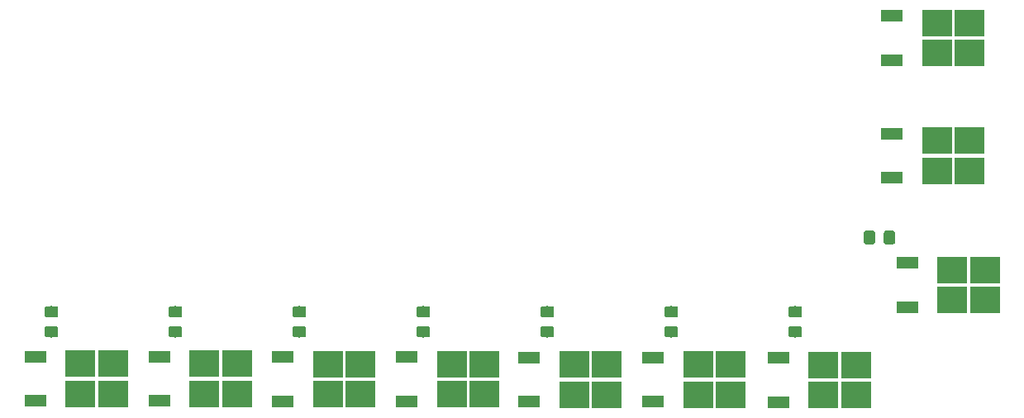
<source format=gbr>
G04 #@! TF.GenerationSoftware,KiCad,Pcbnew,5.0.2-bee76a0~70~ubuntu18.04.1*
G04 #@! TF.CreationDate,2020-07-22T00:10:31+02:00*
G04 #@! TF.ProjectId,E32CB_R2,45333243-425f-4523-922e-6b696361645f,rev?*
G04 #@! TF.SameCoordinates,Original*
G04 #@! TF.FileFunction,Paste,Top*
G04 #@! TF.FilePolarity,Positive*
%FSLAX46Y46*%
G04 Gerber Fmt 4.6, Leading zero omitted, Abs format (unit mm)*
G04 Created by KiCad (PCBNEW 5.0.2-bee76a0~70~ubuntu18.04.1) date St 22. července 2020, 00:10:31 CEST*
%MOMM*%
%LPD*%
G01*
G04 APERTURE LIST*
%ADD10R,3.050000X2.750000*%
%ADD11R,2.200000X1.200000*%
%ADD12C,0.100000*%
%ADD13C,1.150000*%
G04 APERTURE END LIST*
D10*
G04 #@! TO.C,LF33*
X200450000Y-77090000D03*
X203800000Y-74040000D03*
X200450000Y-74040000D03*
X203800000Y-77090000D03*
D11*
X195825000Y-77845000D03*
X195825000Y-73285000D03*
G04 #@! TD*
G04 #@! TO.C,Q5*
X158676052Y-108294337D03*
X158676052Y-112854337D03*
D10*
X166651052Y-112099337D03*
X163301052Y-109049337D03*
X166651052Y-109049337D03*
X163301052Y-112099337D03*
G04 #@! TD*
G04 #@! TO.C,Q4*
X150758253Y-112082625D03*
X154108253Y-109032625D03*
X150758253Y-109032625D03*
X154108253Y-112082625D03*
D11*
X146133253Y-112837625D03*
X146133253Y-108277625D03*
G04 #@! TD*
G04 #@! TO.C,Q3*
X133433253Y-108277625D03*
X133433253Y-112837625D03*
D10*
X141408253Y-112082625D03*
X138058253Y-109032625D03*
X141408253Y-109032625D03*
X138058253Y-112082625D03*
G04 #@! TD*
G04 #@! TO.C,Q8*
X202034012Y-102399528D03*
X205384012Y-99349528D03*
X202034012Y-99349528D03*
X205384012Y-102399528D03*
D11*
X197409012Y-103154528D03*
X197409012Y-98594528D03*
G04 #@! TD*
G04 #@! TO.C,Q7*
X184201012Y-108310028D03*
X184201012Y-112870028D03*
D10*
X192176012Y-112115028D03*
X188826012Y-109065028D03*
X192176012Y-109065028D03*
X188826012Y-112115028D03*
G04 #@! TD*
G04 #@! TO.C,Q6*
X176001052Y-112099337D03*
X179351052Y-109049337D03*
X176001052Y-109049337D03*
X179351052Y-112099337D03*
D11*
X171376052Y-112854337D03*
X171376052Y-108294337D03*
G04 #@! TD*
G04 #@! TO.C,78M05*
X195825000Y-85350000D03*
X195825000Y-89910000D03*
D10*
X203800000Y-89155000D03*
X200450000Y-86105000D03*
X203800000Y-86105000D03*
X200450000Y-89155000D03*
G04 #@! TD*
G04 #@! TO.C,Q2*
X125393000Y-112015000D03*
X128743000Y-108965000D03*
X125393000Y-108965000D03*
X128743000Y-112015000D03*
D11*
X120768000Y-112770000D03*
X120768000Y-108210000D03*
G04 #@! TD*
G04 #@! TO.C,Q1*
X108068000Y-108210000D03*
X108068000Y-112770000D03*
D10*
X116043000Y-112015000D03*
X112693000Y-108965000D03*
X116043000Y-108965000D03*
X112693000Y-112015000D03*
G04 #@! TD*
D12*
G04 #@! TO.C,R13*
G36*
X110202505Y-105099204D02*
X110226773Y-105102804D01*
X110250572Y-105108765D01*
X110273671Y-105117030D01*
X110295850Y-105127520D01*
X110316893Y-105140132D01*
X110336599Y-105154747D01*
X110354777Y-105171223D01*
X110371253Y-105189401D01*
X110385868Y-105209107D01*
X110398480Y-105230150D01*
X110408970Y-105252329D01*
X110417235Y-105275428D01*
X110423196Y-105299227D01*
X110426796Y-105323495D01*
X110428000Y-105347999D01*
X110428000Y-105998001D01*
X110426796Y-106022505D01*
X110423196Y-106046773D01*
X110417235Y-106070572D01*
X110408970Y-106093671D01*
X110398480Y-106115850D01*
X110385868Y-106136893D01*
X110371253Y-106156599D01*
X110354777Y-106174777D01*
X110336599Y-106191253D01*
X110316893Y-106205868D01*
X110295850Y-106218480D01*
X110273671Y-106228970D01*
X110250572Y-106237235D01*
X110226773Y-106243196D01*
X110202505Y-106246796D01*
X110178001Y-106248000D01*
X109277999Y-106248000D01*
X109253495Y-106246796D01*
X109229227Y-106243196D01*
X109205428Y-106237235D01*
X109182329Y-106228970D01*
X109160150Y-106218480D01*
X109139107Y-106205868D01*
X109119401Y-106191253D01*
X109101223Y-106174777D01*
X109084747Y-106156599D01*
X109070132Y-106136893D01*
X109057520Y-106115850D01*
X109047030Y-106093671D01*
X109038765Y-106070572D01*
X109032804Y-106046773D01*
X109029204Y-106022505D01*
X109028000Y-105998001D01*
X109028000Y-105347999D01*
X109029204Y-105323495D01*
X109032804Y-105299227D01*
X109038765Y-105275428D01*
X109047030Y-105252329D01*
X109057520Y-105230150D01*
X109070132Y-105209107D01*
X109084747Y-105189401D01*
X109101223Y-105171223D01*
X109119401Y-105154747D01*
X109139107Y-105140132D01*
X109160150Y-105127520D01*
X109182329Y-105117030D01*
X109205428Y-105108765D01*
X109229227Y-105102804D01*
X109253495Y-105099204D01*
X109277999Y-105098000D01*
X110178001Y-105098000D01*
X110202505Y-105099204D01*
X110202505Y-105099204D01*
G37*
D13*
X109728000Y-105673000D03*
D12*
G36*
X110202505Y-103049204D02*
X110226773Y-103052804D01*
X110250572Y-103058765D01*
X110273671Y-103067030D01*
X110295850Y-103077520D01*
X110316893Y-103090132D01*
X110336599Y-103104747D01*
X110354777Y-103121223D01*
X110371253Y-103139401D01*
X110385868Y-103159107D01*
X110398480Y-103180150D01*
X110408970Y-103202329D01*
X110417235Y-103225428D01*
X110423196Y-103249227D01*
X110426796Y-103273495D01*
X110428000Y-103297999D01*
X110428000Y-103948001D01*
X110426796Y-103972505D01*
X110423196Y-103996773D01*
X110417235Y-104020572D01*
X110408970Y-104043671D01*
X110398480Y-104065850D01*
X110385868Y-104086893D01*
X110371253Y-104106599D01*
X110354777Y-104124777D01*
X110336599Y-104141253D01*
X110316893Y-104155868D01*
X110295850Y-104168480D01*
X110273671Y-104178970D01*
X110250572Y-104187235D01*
X110226773Y-104193196D01*
X110202505Y-104196796D01*
X110178001Y-104198000D01*
X109277999Y-104198000D01*
X109253495Y-104196796D01*
X109229227Y-104193196D01*
X109205428Y-104187235D01*
X109182329Y-104178970D01*
X109160150Y-104168480D01*
X109139107Y-104155868D01*
X109119401Y-104141253D01*
X109101223Y-104124777D01*
X109084747Y-104106599D01*
X109070132Y-104086893D01*
X109057520Y-104065850D01*
X109047030Y-104043671D01*
X109038765Y-104020572D01*
X109032804Y-103996773D01*
X109029204Y-103972505D01*
X109028000Y-103948001D01*
X109028000Y-103297999D01*
X109029204Y-103273495D01*
X109032804Y-103249227D01*
X109038765Y-103225428D01*
X109047030Y-103202329D01*
X109057520Y-103180150D01*
X109070132Y-103159107D01*
X109084747Y-103139401D01*
X109101223Y-103121223D01*
X109119401Y-103104747D01*
X109139107Y-103090132D01*
X109160150Y-103077520D01*
X109182329Y-103067030D01*
X109205428Y-103058765D01*
X109229227Y-103052804D01*
X109253495Y-103049204D01*
X109277999Y-103048000D01*
X110178001Y-103048000D01*
X110202505Y-103049204D01*
X110202505Y-103049204D01*
G37*
D13*
X109728000Y-103623000D03*
G04 #@! TD*
D12*
G04 #@! TO.C,R14*
G36*
X122902505Y-103049204D02*
X122926773Y-103052804D01*
X122950572Y-103058765D01*
X122973671Y-103067030D01*
X122995850Y-103077520D01*
X123016893Y-103090132D01*
X123036599Y-103104747D01*
X123054777Y-103121223D01*
X123071253Y-103139401D01*
X123085868Y-103159107D01*
X123098480Y-103180150D01*
X123108970Y-103202329D01*
X123117235Y-103225428D01*
X123123196Y-103249227D01*
X123126796Y-103273495D01*
X123128000Y-103297999D01*
X123128000Y-103948001D01*
X123126796Y-103972505D01*
X123123196Y-103996773D01*
X123117235Y-104020572D01*
X123108970Y-104043671D01*
X123098480Y-104065850D01*
X123085868Y-104086893D01*
X123071253Y-104106599D01*
X123054777Y-104124777D01*
X123036599Y-104141253D01*
X123016893Y-104155868D01*
X122995850Y-104168480D01*
X122973671Y-104178970D01*
X122950572Y-104187235D01*
X122926773Y-104193196D01*
X122902505Y-104196796D01*
X122878001Y-104198000D01*
X121977999Y-104198000D01*
X121953495Y-104196796D01*
X121929227Y-104193196D01*
X121905428Y-104187235D01*
X121882329Y-104178970D01*
X121860150Y-104168480D01*
X121839107Y-104155868D01*
X121819401Y-104141253D01*
X121801223Y-104124777D01*
X121784747Y-104106599D01*
X121770132Y-104086893D01*
X121757520Y-104065850D01*
X121747030Y-104043671D01*
X121738765Y-104020572D01*
X121732804Y-103996773D01*
X121729204Y-103972505D01*
X121728000Y-103948001D01*
X121728000Y-103297999D01*
X121729204Y-103273495D01*
X121732804Y-103249227D01*
X121738765Y-103225428D01*
X121747030Y-103202329D01*
X121757520Y-103180150D01*
X121770132Y-103159107D01*
X121784747Y-103139401D01*
X121801223Y-103121223D01*
X121819401Y-103104747D01*
X121839107Y-103090132D01*
X121860150Y-103077520D01*
X121882329Y-103067030D01*
X121905428Y-103058765D01*
X121929227Y-103052804D01*
X121953495Y-103049204D01*
X121977999Y-103048000D01*
X122878001Y-103048000D01*
X122902505Y-103049204D01*
X122902505Y-103049204D01*
G37*
D13*
X122428000Y-103623000D03*
D12*
G36*
X122902505Y-105099204D02*
X122926773Y-105102804D01*
X122950572Y-105108765D01*
X122973671Y-105117030D01*
X122995850Y-105127520D01*
X123016893Y-105140132D01*
X123036599Y-105154747D01*
X123054777Y-105171223D01*
X123071253Y-105189401D01*
X123085868Y-105209107D01*
X123098480Y-105230150D01*
X123108970Y-105252329D01*
X123117235Y-105275428D01*
X123123196Y-105299227D01*
X123126796Y-105323495D01*
X123128000Y-105347999D01*
X123128000Y-105998001D01*
X123126796Y-106022505D01*
X123123196Y-106046773D01*
X123117235Y-106070572D01*
X123108970Y-106093671D01*
X123098480Y-106115850D01*
X123085868Y-106136893D01*
X123071253Y-106156599D01*
X123054777Y-106174777D01*
X123036599Y-106191253D01*
X123016893Y-106205868D01*
X122995850Y-106218480D01*
X122973671Y-106228970D01*
X122950572Y-106237235D01*
X122926773Y-106243196D01*
X122902505Y-106246796D01*
X122878001Y-106248000D01*
X121977999Y-106248000D01*
X121953495Y-106246796D01*
X121929227Y-106243196D01*
X121905428Y-106237235D01*
X121882329Y-106228970D01*
X121860150Y-106218480D01*
X121839107Y-106205868D01*
X121819401Y-106191253D01*
X121801223Y-106174777D01*
X121784747Y-106156599D01*
X121770132Y-106136893D01*
X121757520Y-106115850D01*
X121747030Y-106093671D01*
X121738765Y-106070572D01*
X121732804Y-106046773D01*
X121729204Y-106022505D01*
X121728000Y-105998001D01*
X121728000Y-105347999D01*
X121729204Y-105323495D01*
X121732804Y-105299227D01*
X121738765Y-105275428D01*
X121747030Y-105252329D01*
X121757520Y-105230150D01*
X121770132Y-105209107D01*
X121784747Y-105189401D01*
X121801223Y-105171223D01*
X121819401Y-105154747D01*
X121839107Y-105140132D01*
X121860150Y-105127520D01*
X121882329Y-105117030D01*
X121905428Y-105108765D01*
X121929227Y-105102804D01*
X121953495Y-105099204D01*
X121977999Y-105098000D01*
X122878001Y-105098000D01*
X122902505Y-105099204D01*
X122902505Y-105099204D01*
G37*
D13*
X122428000Y-105673000D03*
G04 #@! TD*
D12*
G04 #@! TO.C,R15*
G36*
X135602505Y-105099204D02*
X135626773Y-105102804D01*
X135650572Y-105108765D01*
X135673671Y-105117030D01*
X135695850Y-105127520D01*
X135716893Y-105140132D01*
X135736599Y-105154747D01*
X135754777Y-105171223D01*
X135771253Y-105189401D01*
X135785868Y-105209107D01*
X135798480Y-105230150D01*
X135808970Y-105252329D01*
X135817235Y-105275428D01*
X135823196Y-105299227D01*
X135826796Y-105323495D01*
X135828000Y-105347999D01*
X135828000Y-105998001D01*
X135826796Y-106022505D01*
X135823196Y-106046773D01*
X135817235Y-106070572D01*
X135808970Y-106093671D01*
X135798480Y-106115850D01*
X135785868Y-106136893D01*
X135771253Y-106156599D01*
X135754777Y-106174777D01*
X135736599Y-106191253D01*
X135716893Y-106205868D01*
X135695850Y-106218480D01*
X135673671Y-106228970D01*
X135650572Y-106237235D01*
X135626773Y-106243196D01*
X135602505Y-106246796D01*
X135578001Y-106248000D01*
X134677999Y-106248000D01*
X134653495Y-106246796D01*
X134629227Y-106243196D01*
X134605428Y-106237235D01*
X134582329Y-106228970D01*
X134560150Y-106218480D01*
X134539107Y-106205868D01*
X134519401Y-106191253D01*
X134501223Y-106174777D01*
X134484747Y-106156599D01*
X134470132Y-106136893D01*
X134457520Y-106115850D01*
X134447030Y-106093671D01*
X134438765Y-106070572D01*
X134432804Y-106046773D01*
X134429204Y-106022505D01*
X134428000Y-105998001D01*
X134428000Y-105347999D01*
X134429204Y-105323495D01*
X134432804Y-105299227D01*
X134438765Y-105275428D01*
X134447030Y-105252329D01*
X134457520Y-105230150D01*
X134470132Y-105209107D01*
X134484747Y-105189401D01*
X134501223Y-105171223D01*
X134519401Y-105154747D01*
X134539107Y-105140132D01*
X134560150Y-105127520D01*
X134582329Y-105117030D01*
X134605428Y-105108765D01*
X134629227Y-105102804D01*
X134653495Y-105099204D01*
X134677999Y-105098000D01*
X135578001Y-105098000D01*
X135602505Y-105099204D01*
X135602505Y-105099204D01*
G37*
D13*
X135128000Y-105673000D03*
D12*
G36*
X135602505Y-103049204D02*
X135626773Y-103052804D01*
X135650572Y-103058765D01*
X135673671Y-103067030D01*
X135695850Y-103077520D01*
X135716893Y-103090132D01*
X135736599Y-103104747D01*
X135754777Y-103121223D01*
X135771253Y-103139401D01*
X135785868Y-103159107D01*
X135798480Y-103180150D01*
X135808970Y-103202329D01*
X135817235Y-103225428D01*
X135823196Y-103249227D01*
X135826796Y-103273495D01*
X135828000Y-103297999D01*
X135828000Y-103948001D01*
X135826796Y-103972505D01*
X135823196Y-103996773D01*
X135817235Y-104020572D01*
X135808970Y-104043671D01*
X135798480Y-104065850D01*
X135785868Y-104086893D01*
X135771253Y-104106599D01*
X135754777Y-104124777D01*
X135736599Y-104141253D01*
X135716893Y-104155868D01*
X135695850Y-104168480D01*
X135673671Y-104178970D01*
X135650572Y-104187235D01*
X135626773Y-104193196D01*
X135602505Y-104196796D01*
X135578001Y-104198000D01*
X134677999Y-104198000D01*
X134653495Y-104196796D01*
X134629227Y-104193196D01*
X134605428Y-104187235D01*
X134582329Y-104178970D01*
X134560150Y-104168480D01*
X134539107Y-104155868D01*
X134519401Y-104141253D01*
X134501223Y-104124777D01*
X134484747Y-104106599D01*
X134470132Y-104086893D01*
X134457520Y-104065850D01*
X134447030Y-104043671D01*
X134438765Y-104020572D01*
X134432804Y-103996773D01*
X134429204Y-103972505D01*
X134428000Y-103948001D01*
X134428000Y-103297999D01*
X134429204Y-103273495D01*
X134432804Y-103249227D01*
X134438765Y-103225428D01*
X134447030Y-103202329D01*
X134457520Y-103180150D01*
X134470132Y-103159107D01*
X134484747Y-103139401D01*
X134501223Y-103121223D01*
X134519401Y-103104747D01*
X134539107Y-103090132D01*
X134560150Y-103077520D01*
X134582329Y-103067030D01*
X134605428Y-103058765D01*
X134629227Y-103052804D01*
X134653495Y-103049204D01*
X134677999Y-103048000D01*
X135578001Y-103048000D01*
X135602505Y-103049204D01*
X135602505Y-103049204D01*
G37*
D13*
X135128000Y-103623000D03*
G04 #@! TD*
D12*
G04 #@! TO.C,R20*
G36*
X193888505Y-95313204D02*
X193912773Y-95316804D01*
X193936572Y-95322765D01*
X193959671Y-95331030D01*
X193981850Y-95341520D01*
X194002893Y-95354132D01*
X194022599Y-95368747D01*
X194040777Y-95385223D01*
X194057253Y-95403401D01*
X194071868Y-95423107D01*
X194084480Y-95444150D01*
X194094970Y-95466329D01*
X194103235Y-95489428D01*
X194109196Y-95513227D01*
X194112796Y-95537495D01*
X194114000Y-95561999D01*
X194114000Y-96462001D01*
X194112796Y-96486505D01*
X194109196Y-96510773D01*
X194103235Y-96534572D01*
X194094970Y-96557671D01*
X194084480Y-96579850D01*
X194071868Y-96600893D01*
X194057253Y-96620599D01*
X194040777Y-96638777D01*
X194022599Y-96655253D01*
X194002893Y-96669868D01*
X193981850Y-96682480D01*
X193959671Y-96692970D01*
X193936572Y-96701235D01*
X193912773Y-96707196D01*
X193888505Y-96710796D01*
X193864001Y-96712000D01*
X193213999Y-96712000D01*
X193189495Y-96710796D01*
X193165227Y-96707196D01*
X193141428Y-96701235D01*
X193118329Y-96692970D01*
X193096150Y-96682480D01*
X193075107Y-96669868D01*
X193055401Y-96655253D01*
X193037223Y-96638777D01*
X193020747Y-96620599D01*
X193006132Y-96600893D01*
X192993520Y-96579850D01*
X192983030Y-96557671D01*
X192974765Y-96534572D01*
X192968804Y-96510773D01*
X192965204Y-96486505D01*
X192964000Y-96462001D01*
X192964000Y-95561999D01*
X192965204Y-95537495D01*
X192968804Y-95513227D01*
X192974765Y-95489428D01*
X192983030Y-95466329D01*
X192993520Y-95444150D01*
X193006132Y-95423107D01*
X193020747Y-95403401D01*
X193037223Y-95385223D01*
X193055401Y-95368747D01*
X193075107Y-95354132D01*
X193096150Y-95341520D01*
X193118329Y-95331030D01*
X193141428Y-95322765D01*
X193165227Y-95316804D01*
X193189495Y-95313204D01*
X193213999Y-95312000D01*
X193864001Y-95312000D01*
X193888505Y-95313204D01*
X193888505Y-95313204D01*
G37*
D13*
X193539000Y-96012000D03*
D12*
G36*
X195938505Y-95313204D02*
X195962773Y-95316804D01*
X195986572Y-95322765D01*
X196009671Y-95331030D01*
X196031850Y-95341520D01*
X196052893Y-95354132D01*
X196072599Y-95368747D01*
X196090777Y-95385223D01*
X196107253Y-95403401D01*
X196121868Y-95423107D01*
X196134480Y-95444150D01*
X196144970Y-95466329D01*
X196153235Y-95489428D01*
X196159196Y-95513227D01*
X196162796Y-95537495D01*
X196164000Y-95561999D01*
X196164000Y-96462001D01*
X196162796Y-96486505D01*
X196159196Y-96510773D01*
X196153235Y-96534572D01*
X196144970Y-96557671D01*
X196134480Y-96579850D01*
X196121868Y-96600893D01*
X196107253Y-96620599D01*
X196090777Y-96638777D01*
X196072599Y-96655253D01*
X196052893Y-96669868D01*
X196031850Y-96682480D01*
X196009671Y-96692970D01*
X195986572Y-96701235D01*
X195962773Y-96707196D01*
X195938505Y-96710796D01*
X195914001Y-96712000D01*
X195263999Y-96712000D01*
X195239495Y-96710796D01*
X195215227Y-96707196D01*
X195191428Y-96701235D01*
X195168329Y-96692970D01*
X195146150Y-96682480D01*
X195125107Y-96669868D01*
X195105401Y-96655253D01*
X195087223Y-96638777D01*
X195070747Y-96620599D01*
X195056132Y-96600893D01*
X195043520Y-96579850D01*
X195033030Y-96557671D01*
X195024765Y-96534572D01*
X195018804Y-96510773D01*
X195015204Y-96486505D01*
X195014000Y-96462001D01*
X195014000Y-95561999D01*
X195015204Y-95537495D01*
X195018804Y-95513227D01*
X195024765Y-95489428D01*
X195033030Y-95466329D01*
X195043520Y-95444150D01*
X195056132Y-95423107D01*
X195070747Y-95403401D01*
X195087223Y-95385223D01*
X195105401Y-95368747D01*
X195125107Y-95354132D01*
X195146150Y-95341520D01*
X195168329Y-95331030D01*
X195191428Y-95322765D01*
X195215227Y-95316804D01*
X195239495Y-95313204D01*
X195263999Y-95312000D01*
X195914001Y-95312000D01*
X195938505Y-95313204D01*
X195938505Y-95313204D01*
G37*
D13*
X195589000Y-96012000D03*
G04 #@! TD*
D12*
G04 #@! TO.C,R19*
G36*
X186402505Y-105099204D02*
X186426773Y-105102804D01*
X186450572Y-105108765D01*
X186473671Y-105117030D01*
X186495850Y-105127520D01*
X186516893Y-105140132D01*
X186536599Y-105154747D01*
X186554777Y-105171223D01*
X186571253Y-105189401D01*
X186585868Y-105209107D01*
X186598480Y-105230150D01*
X186608970Y-105252329D01*
X186617235Y-105275428D01*
X186623196Y-105299227D01*
X186626796Y-105323495D01*
X186628000Y-105347999D01*
X186628000Y-105998001D01*
X186626796Y-106022505D01*
X186623196Y-106046773D01*
X186617235Y-106070572D01*
X186608970Y-106093671D01*
X186598480Y-106115850D01*
X186585868Y-106136893D01*
X186571253Y-106156599D01*
X186554777Y-106174777D01*
X186536599Y-106191253D01*
X186516893Y-106205868D01*
X186495850Y-106218480D01*
X186473671Y-106228970D01*
X186450572Y-106237235D01*
X186426773Y-106243196D01*
X186402505Y-106246796D01*
X186378001Y-106248000D01*
X185477999Y-106248000D01*
X185453495Y-106246796D01*
X185429227Y-106243196D01*
X185405428Y-106237235D01*
X185382329Y-106228970D01*
X185360150Y-106218480D01*
X185339107Y-106205868D01*
X185319401Y-106191253D01*
X185301223Y-106174777D01*
X185284747Y-106156599D01*
X185270132Y-106136893D01*
X185257520Y-106115850D01*
X185247030Y-106093671D01*
X185238765Y-106070572D01*
X185232804Y-106046773D01*
X185229204Y-106022505D01*
X185228000Y-105998001D01*
X185228000Y-105347999D01*
X185229204Y-105323495D01*
X185232804Y-105299227D01*
X185238765Y-105275428D01*
X185247030Y-105252329D01*
X185257520Y-105230150D01*
X185270132Y-105209107D01*
X185284747Y-105189401D01*
X185301223Y-105171223D01*
X185319401Y-105154747D01*
X185339107Y-105140132D01*
X185360150Y-105127520D01*
X185382329Y-105117030D01*
X185405428Y-105108765D01*
X185429227Y-105102804D01*
X185453495Y-105099204D01*
X185477999Y-105098000D01*
X186378001Y-105098000D01*
X186402505Y-105099204D01*
X186402505Y-105099204D01*
G37*
D13*
X185928000Y-105673000D03*
D12*
G36*
X186402505Y-103049204D02*
X186426773Y-103052804D01*
X186450572Y-103058765D01*
X186473671Y-103067030D01*
X186495850Y-103077520D01*
X186516893Y-103090132D01*
X186536599Y-103104747D01*
X186554777Y-103121223D01*
X186571253Y-103139401D01*
X186585868Y-103159107D01*
X186598480Y-103180150D01*
X186608970Y-103202329D01*
X186617235Y-103225428D01*
X186623196Y-103249227D01*
X186626796Y-103273495D01*
X186628000Y-103297999D01*
X186628000Y-103948001D01*
X186626796Y-103972505D01*
X186623196Y-103996773D01*
X186617235Y-104020572D01*
X186608970Y-104043671D01*
X186598480Y-104065850D01*
X186585868Y-104086893D01*
X186571253Y-104106599D01*
X186554777Y-104124777D01*
X186536599Y-104141253D01*
X186516893Y-104155868D01*
X186495850Y-104168480D01*
X186473671Y-104178970D01*
X186450572Y-104187235D01*
X186426773Y-104193196D01*
X186402505Y-104196796D01*
X186378001Y-104198000D01*
X185477999Y-104198000D01*
X185453495Y-104196796D01*
X185429227Y-104193196D01*
X185405428Y-104187235D01*
X185382329Y-104178970D01*
X185360150Y-104168480D01*
X185339107Y-104155868D01*
X185319401Y-104141253D01*
X185301223Y-104124777D01*
X185284747Y-104106599D01*
X185270132Y-104086893D01*
X185257520Y-104065850D01*
X185247030Y-104043671D01*
X185238765Y-104020572D01*
X185232804Y-103996773D01*
X185229204Y-103972505D01*
X185228000Y-103948001D01*
X185228000Y-103297999D01*
X185229204Y-103273495D01*
X185232804Y-103249227D01*
X185238765Y-103225428D01*
X185247030Y-103202329D01*
X185257520Y-103180150D01*
X185270132Y-103159107D01*
X185284747Y-103139401D01*
X185301223Y-103121223D01*
X185319401Y-103104747D01*
X185339107Y-103090132D01*
X185360150Y-103077520D01*
X185382329Y-103067030D01*
X185405428Y-103058765D01*
X185429227Y-103052804D01*
X185453495Y-103049204D01*
X185477999Y-103048000D01*
X186378001Y-103048000D01*
X186402505Y-103049204D01*
X186402505Y-103049204D01*
G37*
D13*
X185928000Y-103623000D03*
G04 #@! TD*
D12*
G04 #@! TO.C,R18*
G36*
X173702505Y-103049204D02*
X173726773Y-103052804D01*
X173750572Y-103058765D01*
X173773671Y-103067030D01*
X173795850Y-103077520D01*
X173816893Y-103090132D01*
X173836599Y-103104747D01*
X173854777Y-103121223D01*
X173871253Y-103139401D01*
X173885868Y-103159107D01*
X173898480Y-103180150D01*
X173908970Y-103202329D01*
X173917235Y-103225428D01*
X173923196Y-103249227D01*
X173926796Y-103273495D01*
X173928000Y-103297999D01*
X173928000Y-103948001D01*
X173926796Y-103972505D01*
X173923196Y-103996773D01*
X173917235Y-104020572D01*
X173908970Y-104043671D01*
X173898480Y-104065850D01*
X173885868Y-104086893D01*
X173871253Y-104106599D01*
X173854777Y-104124777D01*
X173836599Y-104141253D01*
X173816893Y-104155868D01*
X173795850Y-104168480D01*
X173773671Y-104178970D01*
X173750572Y-104187235D01*
X173726773Y-104193196D01*
X173702505Y-104196796D01*
X173678001Y-104198000D01*
X172777999Y-104198000D01*
X172753495Y-104196796D01*
X172729227Y-104193196D01*
X172705428Y-104187235D01*
X172682329Y-104178970D01*
X172660150Y-104168480D01*
X172639107Y-104155868D01*
X172619401Y-104141253D01*
X172601223Y-104124777D01*
X172584747Y-104106599D01*
X172570132Y-104086893D01*
X172557520Y-104065850D01*
X172547030Y-104043671D01*
X172538765Y-104020572D01*
X172532804Y-103996773D01*
X172529204Y-103972505D01*
X172528000Y-103948001D01*
X172528000Y-103297999D01*
X172529204Y-103273495D01*
X172532804Y-103249227D01*
X172538765Y-103225428D01*
X172547030Y-103202329D01*
X172557520Y-103180150D01*
X172570132Y-103159107D01*
X172584747Y-103139401D01*
X172601223Y-103121223D01*
X172619401Y-103104747D01*
X172639107Y-103090132D01*
X172660150Y-103077520D01*
X172682329Y-103067030D01*
X172705428Y-103058765D01*
X172729227Y-103052804D01*
X172753495Y-103049204D01*
X172777999Y-103048000D01*
X173678001Y-103048000D01*
X173702505Y-103049204D01*
X173702505Y-103049204D01*
G37*
D13*
X173228000Y-103623000D03*
D12*
G36*
X173702505Y-105099204D02*
X173726773Y-105102804D01*
X173750572Y-105108765D01*
X173773671Y-105117030D01*
X173795850Y-105127520D01*
X173816893Y-105140132D01*
X173836599Y-105154747D01*
X173854777Y-105171223D01*
X173871253Y-105189401D01*
X173885868Y-105209107D01*
X173898480Y-105230150D01*
X173908970Y-105252329D01*
X173917235Y-105275428D01*
X173923196Y-105299227D01*
X173926796Y-105323495D01*
X173928000Y-105347999D01*
X173928000Y-105998001D01*
X173926796Y-106022505D01*
X173923196Y-106046773D01*
X173917235Y-106070572D01*
X173908970Y-106093671D01*
X173898480Y-106115850D01*
X173885868Y-106136893D01*
X173871253Y-106156599D01*
X173854777Y-106174777D01*
X173836599Y-106191253D01*
X173816893Y-106205868D01*
X173795850Y-106218480D01*
X173773671Y-106228970D01*
X173750572Y-106237235D01*
X173726773Y-106243196D01*
X173702505Y-106246796D01*
X173678001Y-106248000D01*
X172777999Y-106248000D01*
X172753495Y-106246796D01*
X172729227Y-106243196D01*
X172705428Y-106237235D01*
X172682329Y-106228970D01*
X172660150Y-106218480D01*
X172639107Y-106205868D01*
X172619401Y-106191253D01*
X172601223Y-106174777D01*
X172584747Y-106156599D01*
X172570132Y-106136893D01*
X172557520Y-106115850D01*
X172547030Y-106093671D01*
X172538765Y-106070572D01*
X172532804Y-106046773D01*
X172529204Y-106022505D01*
X172528000Y-105998001D01*
X172528000Y-105347999D01*
X172529204Y-105323495D01*
X172532804Y-105299227D01*
X172538765Y-105275428D01*
X172547030Y-105252329D01*
X172557520Y-105230150D01*
X172570132Y-105209107D01*
X172584747Y-105189401D01*
X172601223Y-105171223D01*
X172619401Y-105154747D01*
X172639107Y-105140132D01*
X172660150Y-105127520D01*
X172682329Y-105117030D01*
X172705428Y-105108765D01*
X172729227Y-105102804D01*
X172753495Y-105099204D01*
X172777999Y-105098000D01*
X173678001Y-105098000D01*
X173702505Y-105099204D01*
X173702505Y-105099204D01*
G37*
D13*
X173228000Y-105673000D03*
G04 #@! TD*
D12*
G04 #@! TO.C,R16*
G36*
X148302505Y-105099204D02*
X148326773Y-105102804D01*
X148350572Y-105108765D01*
X148373671Y-105117030D01*
X148395850Y-105127520D01*
X148416893Y-105140132D01*
X148436599Y-105154747D01*
X148454777Y-105171223D01*
X148471253Y-105189401D01*
X148485868Y-105209107D01*
X148498480Y-105230150D01*
X148508970Y-105252329D01*
X148517235Y-105275428D01*
X148523196Y-105299227D01*
X148526796Y-105323495D01*
X148528000Y-105347999D01*
X148528000Y-105998001D01*
X148526796Y-106022505D01*
X148523196Y-106046773D01*
X148517235Y-106070572D01*
X148508970Y-106093671D01*
X148498480Y-106115850D01*
X148485868Y-106136893D01*
X148471253Y-106156599D01*
X148454777Y-106174777D01*
X148436599Y-106191253D01*
X148416893Y-106205868D01*
X148395850Y-106218480D01*
X148373671Y-106228970D01*
X148350572Y-106237235D01*
X148326773Y-106243196D01*
X148302505Y-106246796D01*
X148278001Y-106248000D01*
X147377999Y-106248000D01*
X147353495Y-106246796D01*
X147329227Y-106243196D01*
X147305428Y-106237235D01*
X147282329Y-106228970D01*
X147260150Y-106218480D01*
X147239107Y-106205868D01*
X147219401Y-106191253D01*
X147201223Y-106174777D01*
X147184747Y-106156599D01*
X147170132Y-106136893D01*
X147157520Y-106115850D01*
X147147030Y-106093671D01*
X147138765Y-106070572D01*
X147132804Y-106046773D01*
X147129204Y-106022505D01*
X147128000Y-105998001D01*
X147128000Y-105347999D01*
X147129204Y-105323495D01*
X147132804Y-105299227D01*
X147138765Y-105275428D01*
X147147030Y-105252329D01*
X147157520Y-105230150D01*
X147170132Y-105209107D01*
X147184747Y-105189401D01*
X147201223Y-105171223D01*
X147219401Y-105154747D01*
X147239107Y-105140132D01*
X147260150Y-105127520D01*
X147282329Y-105117030D01*
X147305428Y-105108765D01*
X147329227Y-105102804D01*
X147353495Y-105099204D01*
X147377999Y-105098000D01*
X148278001Y-105098000D01*
X148302505Y-105099204D01*
X148302505Y-105099204D01*
G37*
D13*
X147828000Y-105673000D03*
D12*
G36*
X148302505Y-103049204D02*
X148326773Y-103052804D01*
X148350572Y-103058765D01*
X148373671Y-103067030D01*
X148395850Y-103077520D01*
X148416893Y-103090132D01*
X148436599Y-103104747D01*
X148454777Y-103121223D01*
X148471253Y-103139401D01*
X148485868Y-103159107D01*
X148498480Y-103180150D01*
X148508970Y-103202329D01*
X148517235Y-103225428D01*
X148523196Y-103249227D01*
X148526796Y-103273495D01*
X148528000Y-103297999D01*
X148528000Y-103948001D01*
X148526796Y-103972505D01*
X148523196Y-103996773D01*
X148517235Y-104020572D01*
X148508970Y-104043671D01*
X148498480Y-104065850D01*
X148485868Y-104086893D01*
X148471253Y-104106599D01*
X148454777Y-104124777D01*
X148436599Y-104141253D01*
X148416893Y-104155868D01*
X148395850Y-104168480D01*
X148373671Y-104178970D01*
X148350572Y-104187235D01*
X148326773Y-104193196D01*
X148302505Y-104196796D01*
X148278001Y-104198000D01*
X147377999Y-104198000D01*
X147353495Y-104196796D01*
X147329227Y-104193196D01*
X147305428Y-104187235D01*
X147282329Y-104178970D01*
X147260150Y-104168480D01*
X147239107Y-104155868D01*
X147219401Y-104141253D01*
X147201223Y-104124777D01*
X147184747Y-104106599D01*
X147170132Y-104086893D01*
X147157520Y-104065850D01*
X147147030Y-104043671D01*
X147138765Y-104020572D01*
X147132804Y-103996773D01*
X147129204Y-103972505D01*
X147128000Y-103948001D01*
X147128000Y-103297999D01*
X147129204Y-103273495D01*
X147132804Y-103249227D01*
X147138765Y-103225428D01*
X147147030Y-103202329D01*
X147157520Y-103180150D01*
X147170132Y-103159107D01*
X147184747Y-103139401D01*
X147201223Y-103121223D01*
X147219401Y-103104747D01*
X147239107Y-103090132D01*
X147260150Y-103077520D01*
X147282329Y-103067030D01*
X147305428Y-103058765D01*
X147329227Y-103052804D01*
X147353495Y-103049204D01*
X147377999Y-103048000D01*
X148278001Y-103048000D01*
X148302505Y-103049204D01*
X148302505Y-103049204D01*
G37*
D13*
X147828000Y-103623000D03*
G04 #@! TD*
D12*
G04 #@! TO.C,R17*
G36*
X161002505Y-103049204D02*
X161026773Y-103052804D01*
X161050572Y-103058765D01*
X161073671Y-103067030D01*
X161095850Y-103077520D01*
X161116893Y-103090132D01*
X161136599Y-103104747D01*
X161154777Y-103121223D01*
X161171253Y-103139401D01*
X161185868Y-103159107D01*
X161198480Y-103180150D01*
X161208970Y-103202329D01*
X161217235Y-103225428D01*
X161223196Y-103249227D01*
X161226796Y-103273495D01*
X161228000Y-103297999D01*
X161228000Y-103948001D01*
X161226796Y-103972505D01*
X161223196Y-103996773D01*
X161217235Y-104020572D01*
X161208970Y-104043671D01*
X161198480Y-104065850D01*
X161185868Y-104086893D01*
X161171253Y-104106599D01*
X161154777Y-104124777D01*
X161136599Y-104141253D01*
X161116893Y-104155868D01*
X161095850Y-104168480D01*
X161073671Y-104178970D01*
X161050572Y-104187235D01*
X161026773Y-104193196D01*
X161002505Y-104196796D01*
X160978001Y-104198000D01*
X160077999Y-104198000D01*
X160053495Y-104196796D01*
X160029227Y-104193196D01*
X160005428Y-104187235D01*
X159982329Y-104178970D01*
X159960150Y-104168480D01*
X159939107Y-104155868D01*
X159919401Y-104141253D01*
X159901223Y-104124777D01*
X159884747Y-104106599D01*
X159870132Y-104086893D01*
X159857520Y-104065850D01*
X159847030Y-104043671D01*
X159838765Y-104020572D01*
X159832804Y-103996773D01*
X159829204Y-103972505D01*
X159828000Y-103948001D01*
X159828000Y-103297999D01*
X159829204Y-103273495D01*
X159832804Y-103249227D01*
X159838765Y-103225428D01*
X159847030Y-103202329D01*
X159857520Y-103180150D01*
X159870132Y-103159107D01*
X159884747Y-103139401D01*
X159901223Y-103121223D01*
X159919401Y-103104747D01*
X159939107Y-103090132D01*
X159960150Y-103077520D01*
X159982329Y-103067030D01*
X160005428Y-103058765D01*
X160029227Y-103052804D01*
X160053495Y-103049204D01*
X160077999Y-103048000D01*
X160978001Y-103048000D01*
X161002505Y-103049204D01*
X161002505Y-103049204D01*
G37*
D13*
X160528000Y-103623000D03*
D12*
G36*
X161002505Y-105099204D02*
X161026773Y-105102804D01*
X161050572Y-105108765D01*
X161073671Y-105117030D01*
X161095850Y-105127520D01*
X161116893Y-105140132D01*
X161136599Y-105154747D01*
X161154777Y-105171223D01*
X161171253Y-105189401D01*
X161185868Y-105209107D01*
X161198480Y-105230150D01*
X161208970Y-105252329D01*
X161217235Y-105275428D01*
X161223196Y-105299227D01*
X161226796Y-105323495D01*
X161228000Y-105347999D01*
X161228000Y-105998001D01*
X161226796Y-106022505D01*
X161223196Y-106046773D01*
X161217235Y-106070572D01*
X161208970Y-106093671D01*
X161198480Y-106115850D01*
X161185868Y-106136893D01*
X161171253Y-106156599D01*
X161154777Y-106174777D01*
X161136599Y-106191253D01*
X161116893Y-106205868D01*
X161095850Y-106218480D01*
X161073671Y-106228970D01*
X161050572Y-106237235D01*
X161026773Y-106243196D01*
X161002505Y-106246796D01*
X160978001Y-106248000D01*
X160077999Y-106248000D01*
X160053495Y-106246796D01*
X160029227Y-106243196D01*
X160005428Y-106237235D01*
X159982329Y-106228970D01*
X159960150Y-106218480D01*
X159939107Y-106205868D01*
X159919401Y-106191253D01*
X159901223Y-106174777D01*
X159884747Y-106156599D01*
X159870132Y-106136893D01*
X159857520Y-106115850D01*
X159847030Y-106093671D01*
X159838765Y-106070572D01*
X159832804Y-106046773D01*
X159829204Y-106022505D01*
X159828000Y-105998001D01*
X159828000Y-105347999D01*
X159829204Y-105323495D01*
X159832804Y-105299227D01*
X159838765Y-105275428D01*
X159847030Y-105252329D01*
X159857520Y-105230150D01*
X159870132Y-105209107D01*
X159884747Y-105189401D01*
X159901223Y-105171223D01*
X159919401Y-105154747D01*
X159939107Y-105140132D01*
X159960150Y-105127520D01*
X159982329Y-105117030D01*
X160005428Y-105108765D01*
X160029227Y-105102804D01*
X160053495Y-105099204D01*
X160077999Y-105098000D01*
X160978001Y-105098000D01*
X161002505Y-105099204D01*
X161002505Y-105099204D01*
G37*
D13*
X160528000Y-105673000D03*
G04 #@! TD*
M02*

</source>
